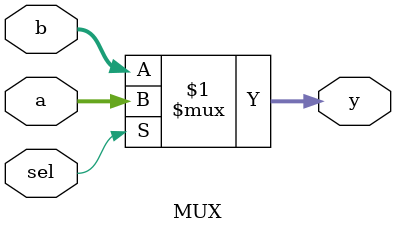
<source format=v>
`timescale 1ns / 1ps
module MUX(a, b, sel, y);

    input wire [31:0] a;
    input wire [31:0] b;
    input wire sel;
	 
    output wire [31:0] y;
	 
	 assign y = sel ? a : b;
	 //comment the next bit once memory is actually used for PC
	 //assign y = b;
	 
endmodule

</source>
